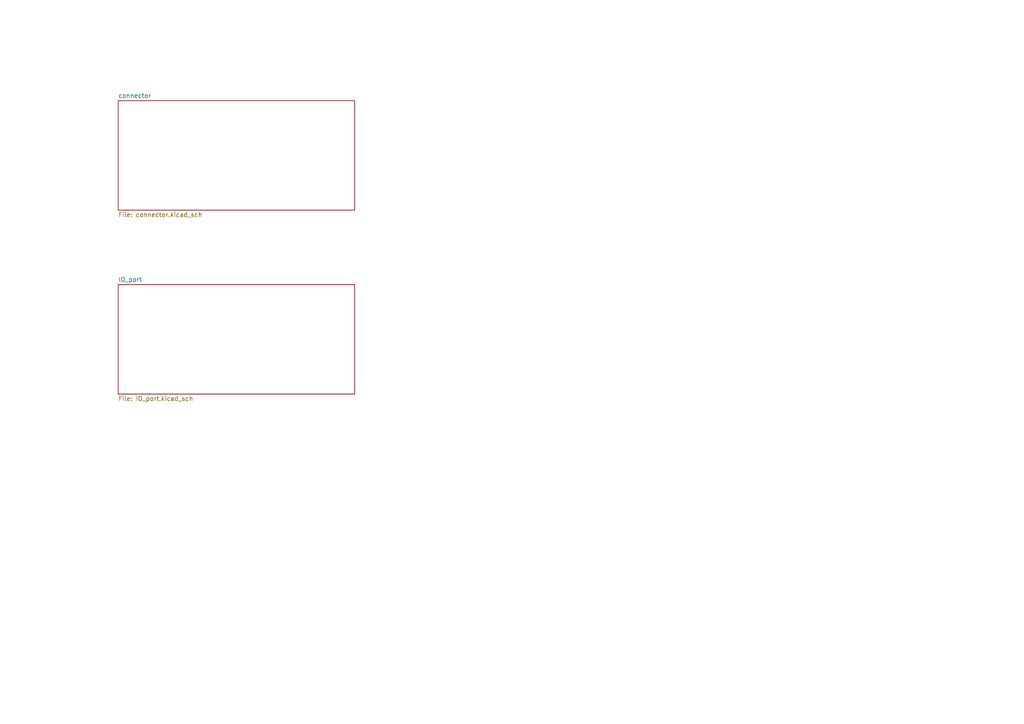
<source format=kicad_sch>
(kicad_sch (version 20211123) (generator eeschema)
  (paper "A4")
  (lib_symbols)
  (sheet (at 34.29 29.21) (size 68.58 31.75) (stroke (width 0.1524))
    (property "Sheet name" "connector" (at 34.29 28.4984 0) (effects (justify left bottom)))
    (property "Sheet file" "connector.kicad_sch" (at 34.29 61.5446 0) (effects (justify left top)))
  )
  (sheet (at 34.29 82.55) (size 68.58 31.75) (stroke (width 0.1524))
    (property "Sheet name" "IO_port" (at 34.29 81.8384 0) (effects (justify left bottom)))
    (property "Sheet file" "IO_port.kicad_sch" (at 34.29 114.8846 0) (effects (justify left top)))
  )
)
</source>
